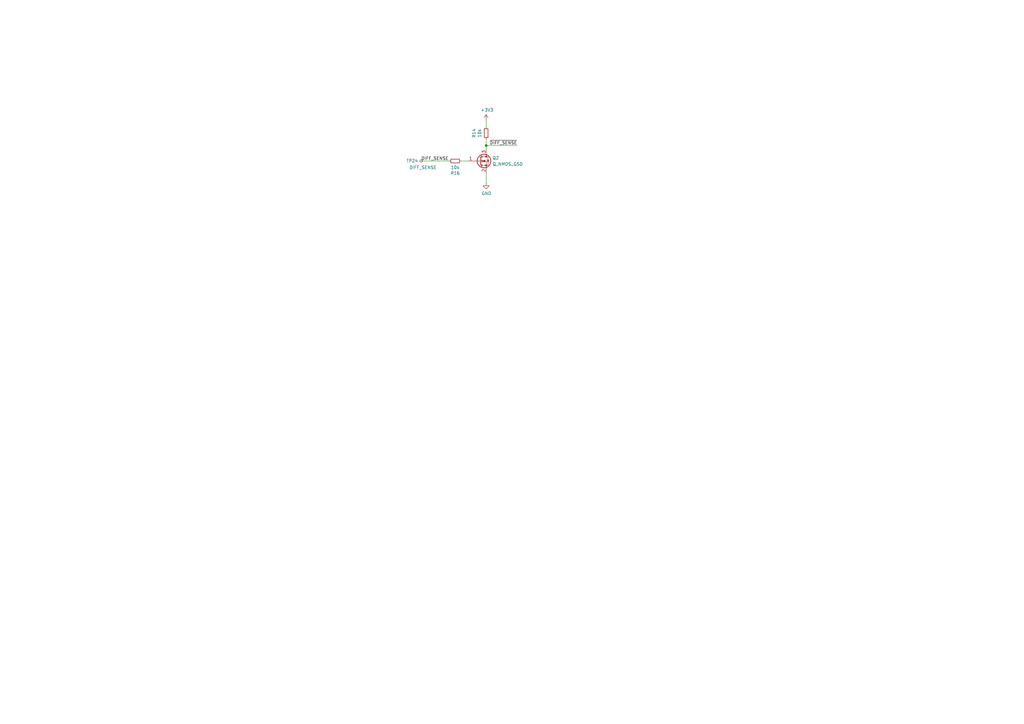
<source format=kicad_sch>
(kicad_sch (version 20211123) (generator eeschema)
  (paper "A3")
  (title_block (title "Squishy - Multitool - SCSI PHY") (date "2022-01-19") (rev "2") (company "Shrine Maiden Heavy Industries") (comment 1 "License:  CERN-OHL-S") (comment 2 "© 2022 Aki 'lethalbit' Van Ness, et. al.") (comment 3 "Multi-voltaga diff/se SCSI PHY for SCSI-1 2 and 3") (comment 4 "Squishy - SCSI multitool and gateware library"))
  (lib_symbols
    (symbol "Connector:TestPoint_Small" (pin_numbers hide) (pin_names (offset 0.762) hide)
      (property "Reference" "TP" (at 0 3.81 0))
      (property "Value" "TestPoint_Small" (at 0 2.032 0))
      (symbol "TestPoint_Small_0_1"
        (circle (center 0 0) (radius 0.508))
      )
      (symbol "TestPoint_Small_1_1"
        (pin passive line (at 0 0 90) (length 0) (name "1") (number "1"))
      )
    )
    (symbol "Device:Q_NMOS_GSD" (pin_names (offset 0) hide)
      (property "Reference" "Q" (at 5.08 1.27 0))
      (property "Value" "Q_NMOS_GSD" (at 5.08 -1.27 0))
      (symbol "Q_NMOS_GSD_0_1"
        (polyline (pts (xy 0.254 0) (xy -2.54 0)))
        (polyline (pts (xy 0.254 1.905) (xy 0.254 -1.905)) (stroke (width 0.254)))
        (polyline (pts (xy 0.762 -1.27) (xy 0.762 -2.286)) (stroke (width 0.254)))
        (polyline (pts (xy 0.762 0.508) (xy 0.762 -0.508)) (stroke (width 0.254)))
        (polyline (pts (xy 0.762 2.286) (xy 0.762 1.27)) (stroke (width 0.254)))
        (polyline (pts (xy 2.54 2.54) (xy 2.54 1.778)))
        (polyline (pts (xy 2.54 -2.54) (xy 2.54 0) (xy 0.762 0)))
        (polyline (pts (xy 0.762 -1.778) (xy 3.302 -1.778) (xy 3.302 1.778) (xy 0.762 1.778)))
        (polyline (pts (xy 1.016 0) (xy 2.032 0.381) (xy 2.032 -0.381) (xy 1.016 0)) (fill (type outline)))
        (polyline (pts (xy 2.794 0.508) (xy 2.921 0.381) (xy 3.683 0.381) (xy 3.81 0.254)))
        (polyline (pts (xy 3.302 0.381) (xy 2.921 -0.254) (xy 3.683 -0.254) (xy 3.302 0.381)))
        (circle (center 1.651 0) (radius 2.794) (stroke (width 0.254)))
        (circle (center 2.54 -1.778) (radius 0.254) (fill (type outline)))
        (circle (center 2.54 1.778) (radius 0.254) (fill (type outline)))
      )
      (symbol "Q_NMOS_GSD_1_1"
        (pin input line (at -5.08 0 0) (length 2.54) (name "G") (number "1"))
        (pin passive line (at 2.54 -5.08 90) (length 2.54) (name "S") (number "2"))
        (pin passive line (at 2.54 5.08 270) (length 2.54) (name "D") (number "3"))
      )
    )
    (symbol "Device:R_Small" (pin_numbers hide) (pin_names (offset 0.254) hide)
      (property "Reference" "R" (at 0.762 0.508 0))
      (property "Value" "R_Small" (at 0.762 -1.016 0))
      (symbol "R_Small_0_1"
        (rectangle (start -0.762 1.778) (end 0.762 -1.778) (stroke (width 0.2032)))
      )
      (symbol "R_Small_1_1"
        (pin passive line (at 0 2.54 270) (length 0.762) (name "~") (number "1"))
        (pin passive line (at 0 -2.54 90) (length 0.762) (name "~") (number "2"))
      )
    )
    (symbol "power:+3V3" (power) (pin_names (offset 0))
      (property "Value" "+3V3" (at 0 3.556 0))
      (symbol "+3V3_0_1"
        (polyline (pts (xy -0.762 1.27) (xy 0 2.54)))
        (polyline (pts (xy 0 0) (xy 0 2.54)))
        (polyline (pts (xy 0 2.54) (xy 0.762 1.27)))
      )
      (symbol "+3V3_1_1"
        (pin power_in line (at 0 0 90) (length 0) hide (name "+3V3") (number "1"))
      )
    )
    (symbol "power:GND" (power) (pin_names (offset 0))
      (property "Value" "GND" (at 0 -3.81 0))
      (symbol "GND_0_1"
        (polyline (pts (xy 0 0) (xy 0 -1.27) (xy 1.27 -1.27) (xy 0 -2.54) (xy -1.27 -1.27) (xy 0 -1.27)))
      )
      (symbol "GND_1_1"
        (pin power_in line (at 0 0 270) (length 0) hide (name "GND") (number "1"))
      )
    )
  )
  (junction (at 199.39 59.69))
  (wire (pts (xy 199.39 49.53) (xy 199.39 52.07)))
  (wire (pts (xy 199.39 57.15) (xy 199.39 59.69)))
  (wire (pts (xy 172.72 66.04) (xy 184.15 66.04)))
  (wire (pts (xy 199.39 59.69) (xy 212.09 59.69)))
  (wire (pts (xy 199.39 59.69) (xy 199.39 60.96)))
  (wire (pts (xy 191.77 66.04) (xy 189.23 66.04)))
  (wire (pts (xy 199.39 71.12) (xy 199.39 74.93)))
  (label "DIFF_SENSE" (at 172.72 66.04 0))
  (label "~{DIFF_SENSE}" (at 212.09 59.69 180))
  (symbol (lib_id "power:GND") (at 199.39 74.93 0) (unit 1)
    (property "Reference" "#PWR024" (effects hide))
    (property "Value" "GND" (at 199.517 79.3242 0))
  )
  (symbol (lib_id "power:+3V3") (at 199.39 49.53 0) (unit 1)
    (property "Reference" "#PWR023" (effects hide))
    (property "Value" "+3V3" (at 199.771 45.1358 0))
  )
  (symbol (lib_id "Device:R_Small") (at 186.69 66.04 90) (unit 1)
    (property "Reference" "R16" (at 186.69 71.0184 90))
    (property "Value" "10k" (at 186.69 68.707 90))
    (property "Footprint" "Resistor_SMD:R_0603_1608Metric" (effects hide))
    (property "MFR" "Vishay Dale" (effects hide))
    (property "MPN" "CRCW060310K0FKEA" (effects hide))
  )
  (symbol (lib_id "Device:Q_NMOS_GSD") (at 196.85 66.04 0) (unit 1)
    (property "Reference" "Q2" (at 201.93 64.77 0) (effects (justify left)))
    (property "Value" "Q_NMOS_GSD" (at 201.93 67.31 0) (effects (justify left)))
    (property "Footprint" "Package_TO_SOT_SMD:SOT-23" (effects hide))
    (property "Datasheet" "https://www.diodes.com/assets/Datasheets/DMN65D8L.pdf" (effects hide))
    (property "MFR" "Diodes Inc" (effects hide))
    (property "MPN" "DMN65D8L-7" (effects hide))
  )
  (symbol (lib_id "Connector:TestPoint_Small") (at 172.72 66.04 180) (unit 1)
    (property "Reference" "TP24" (at 171.5008 65.9384 0) (effects (justify left)))
    (property "Value" "DIFF_SENSE" (at 179.1208 68.707 0) (effects (justify left)))
    (property "Footprint" "TestPoint:TestPoint_Pad_D1.0mm" (effects hide))
    (property "MFR" "N/A" (effects hide))
    (property "MPN" "N/A" (effects hide))
  )
  (symbol (lib_id "Device:R_Small") (at 199.39 54.61 0) (unit 1)
    (property "Reference" "R14" (at 194.4116 54.61 90))
    (property "Value" "10k" (at 196.723 54.61 90))
    (property "Footprint" "Resistor_SMD:R_0603_1608Metric" (effects hide))
    (property "MFR" "Vishay Dale" (effects hide))
    (property "MPN" "CRCW060310K0FKEA" (effects hide))
  )
)
</source>
